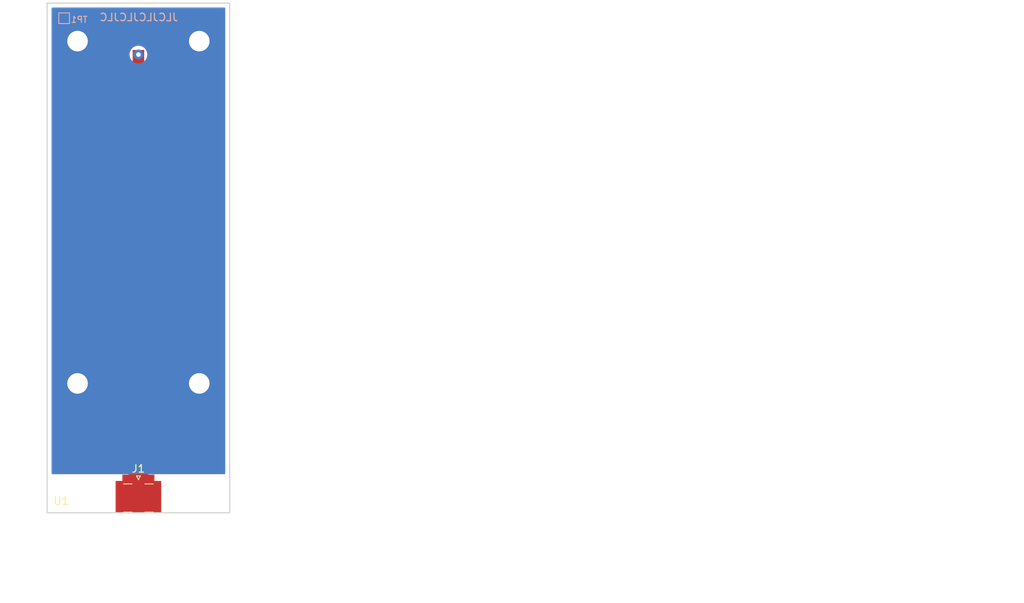
<source format=kicad_pcb>
(kicad_pcb (version 20211014) (generator pcbnew)
  (title_block (title "Quadrifilar antenna for UHF RFID - Part C") (rev "1.0") (company "The Antenna Guy"))
  (layers (0 "F.Cu" signal) (31 "B.Cu" signal) (34 "B.Paste" user) (35 "F.Paste" user) (36 "B.SilkS" user "B.Silkscreen") (37 "F.SilkS" user "F.Silkscreen") (38 "B.Mask" user) (39 "F.Mask" user) (44 "Edge.Cuts" user))
  (net 0 "")
  (net 1 "GND")
  (net 2 "Net-(U1-Pad2)")
  (net 3 "Net-(J1-Pad2)")
  (footprint "Quadrifilar_antenna:input_balun_complement" (layer "F.Cu") (at 150 125)
    (fp_text reference "U1" (at -10.1476 -1.302) (layer "F.SilkS"))
    (fp_text value "input_line")
    (fp_poly (pts (xy 0.75 -48.767524) (xy 1.3 -48.767524) (xy 1.3 -4.767524) (xy 2.1 -4.767524) (xy 2.1 0.232476) (xy -2.1 0.232476) (xy -2.1 -4.767524) (xy -1.3 -4.767524) (xy -1.3 -48.767524) (xy -0.75 -48.767524) (xy -0.75 -60.6) (xy 0.75 -60.6)) (layer "F.Cu") (width 0.01) (fill solid))
    (pad "1" smd rect locked (at -0.065 -1.514924) (size 1 3.5) (layers "F.Cu" "F.Paste" "F.Mask") (net 3 "Net-(J1-Pad2)"))
    (pad "2" thru_hole circle locked (at 0 -60) (size 1.3 1.3) (drill 0.6) (layers *.Cu *.Mask) (net 2 "Net-(U1-Pad2)"))
  )
  (footprint "Quadrifilar_antenna:SMA_Samtec_J-P-X-ST-EM1-Inverted_design" (layer "F.Cu") (at 150 123.15)
    (fp_text reference "J1" (at 0 -3.713948) (layer "F.SilkS"))
    (fp_text value "Conn_Coaxial")
    (fp_line (start 0.84 2) (end 1.95 2) (layer "F.SilkS") (width 0.12))
    (fp_line (start 0.25 -2.76) (end -0.25 -2.76) (layer "F.SilkS") (width 0.12))
    (fp_line (start -1.95 2) (end -0.84 2) (layer "F.SilkS") (width 0.12))
    (fp_line (start -0.25 -2.76) (end 0 -2.26) (layer "F.SilkS") (width 0.12))
    (fp_line (start 0.84 -1.71) (end 1.95 -1.71) (layer "F.SilkS") (width 0.12))
    (fp_line (start -1.95 -1.71) (end -0.84 -1.71) (layer "F.SilkS") (width 0.12))
    (fp_line (start 0 -2.26) (end 0.25 -2.76) (layer "F.SilkS") (width 0.12))
    (pad "2" smd rect locked (at -2 0) (size 2 4.2) (layers "F.Cu" "F.Paste" "F.Mask") (net 3 "Net-(J1-Pad2)"))
    (pad "2" smd rect locked (at 2 0) (size 2 4.2) (layers "F.Cu" "F.Paste" "F.Mask") (net 3 "Net-(J1-Pad2)"))
  )
  (footprint "MountingHole:MountingHole_2.7mm_M2.5" (layer "F.Cu") (at 142 108.232476)
    (fp_text reference " " (at 0 -3.7) (layer "F.SilkS"))
    (fp_text value "MountingHole_2.7mm_M2.5")
    (pad "" np_thru_hole circle locked (at 0 0) (size 2.7 2.7) (drill 2.7) (layers *.Cu *.Mask))
  )
  (footprint "MountingHole:MountingHole_2.7mm_M2.5" (layer "F.Cu") (at 158 108.232476)
    (fp_text reference " " (at 0 -3.7) (layer "F.SilkS"))
    (fp_text value "MountingHole_2.7mm_M2.5")
    (pad "" np_thru_hole circle locked (at 0 0) (size 2.7 2.7) (drill 2.7) (layers *.Cu *.Mask))
  )
  (footprint "MountingHole:MountingHole_2.7mm_M2.5" (layer "F.Cu") (at 142 63.232476)
    (fp_text reference " " (at 0 -3.7) (layer "F.SilkS"))
    (fp_text value "MountingHole_2.7mm_M2.5")
    (pad "" np_thru_hole circle locked (at 0 0) (size 2.7 2.7) (drill 2.7) (layers *.Cu *.Mask))
  )
  (footprint "MountingHole:MountingHole_2.7mm_M2.5" (layer "F.Cu") (at 158 63.232476)
    (fp_text reference " " (at 0 -3.7) (layer "F.SilkS"))
    (fp_text value "MountingHole_2.7mm_M2.5")
    (pad "" np_thru_hole circle locked (at 0 0) (size 2.7 2.7) (drill 2.7) (layers *.Cu *.Mask))
  )
  (footprint "TestPoint:TestPoint_Pad_1.0x1.0mm" (layer "B.Cu") (at 140.2334 60.2234)
    (fp_text reference "TP1" (at 1.9812 0.1778) (layer "B.SilkS") (effects (font (size 0.8 0.8) (thickness 0.13)) (justify mirror)))
    (fp_text value "TestPoint")
    (fp_line (start -0.7 -0.7) (end -0.7 0.7) (layer "B.SilkS") (width 0.12))
    (fp_line (start 0.7 0.7) (end 0.7 -0.7) (layer "B.SilkS") (width 0.12))
    (fp_line (start -0.7 0.7) (end 0.7 0.7) (layer "B.SilkS") (width 0.12))
    (fp_line (start 0.7 -0.7) (end -0.7 -0.7) (layer "B.SilkS") (width 0.12))
    (pad "1" smd rect locked (at 0 0) (size 1 1) (layers "B.Cu" "B.Mask") (net 1 "GND"))
  )
  (gr_line (start 138 125.232476) (end 138 58.232476) (layer "Edge.Cuts") (width 0.15))
  (gr_line (start 138 58.232476) (end 162 58.232476) (layer "Edge.Cuts") (width 0.15))
  (gr_line (start 162 58.232476) (end 162 125.232476) (layer "Edge.Cuts") (width 0.15))
  (gr_line (start 162 125.232476) (end 138 125.232476) (layer "Edge.Cuts") (width 0.15))
  (gr_text "JLCJLCJLCJLC" (at 150.0632 60.0964) (layer "B.SilkS") (effects (font (size 1 1)) (justify mirror)))
  (segment (start 151.987 123.0122) (end 150.407876 123.0122) (width 0.25) (layer "F.Cu") (net 3))
  (segment (start 147.987 123.0122) (end 149.462124 123.0122) (width 0.25) (layer "F.Cu") (net 3))
  (segment (start 150.407876 123.0122) (end 149.935 123.485076) (width 0.25) (layer "F.Cu") (net 3))
  (segment (start 149.462124 123.0122) (end 149.935 123.485076) (width 0.25) (layer "F.Cu") (net 3))
  (zone (net 1) (net_name "GND") (layer "B.Cu") (connect_pads yes (clearance 0.508)) (min_thickness 0.254) (fill yes (thermal_gap 0.508) (thermal_bridge_width 0.508))
    (polygon (pts (xy 161.9631 120.1674) (xy 137.9601 120.1674) (xy 137.9982 58.2168) (xy 162.0012 58.2168)))
  )
)
</source>
